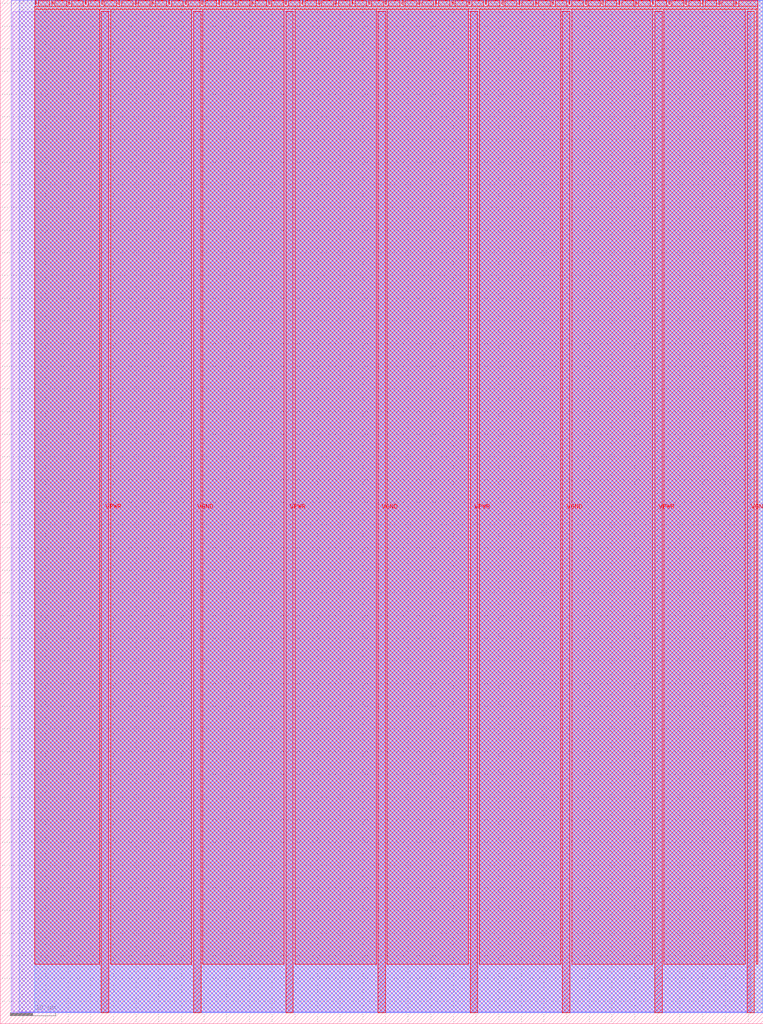
<source format=lef>
VERSION 5.7 ;
  NOWIREEXTENSIONATPIN ON ;
  DIVIDERCHAR "/" ;
  BUSBITCHARS "[]" ;
MACRO tt_um_vc_cpu
  CLASS BLOCK ;
  FOREIGN tt_um_vc_cpu ;
  ORIGIN 0.000 0.000 ;
  SIZE 168.360 BY 225.760 ;
  PIN VGND
    DIRECTION INOUT ;
    USE GROUND ;
    PORT
      LAYER met4 ;
        RECT 42.670 2.480 44.270 223.280 ;
    END
    PORT
      LAYER met4 ;
        RECT 83.380 2.480 84.980 223.280 ;
    END
    PORT
      LAYER met4 ;
        RECT 124.090 2.480 125.690 223.280 ;
    END
    PORT
      LAYER met4 ;
        RECT 164.800 2.480 166.400 223.280 ;
    END
  END VGND
  PIN VPWR
    DIRECTION INOUT ;
    USE POWER ;
    PORT
      LAYER met4 ;
        RECT 22.315 2.480 23.915 223.280 ;
    END
    PORT
      LAYER met4 ;
        RECT 63.025 2.480 64.625 223.280 ;
    END
    PORT
      LAYER met4 ;
        RECT 103.735 2.480 105.335 223.280 ;
    END
    PORT
      LAYER met4 ;
        RECT 144.445 2.480 146.045 223.280 ;
    END
  END VPWR
  PIN clk
    DIRECTION INPUT ;
    USE SIGNAL ;
    ANTENNAGATEAREA 0.852000 ;
    PORT
      LAYER met4 ;
        RECT 158.550 224.760 158.850 225.760 ;
    END
  END clk
  PIN ena
    DIRECTION INPUT ;
    USE SIGNAL ;
    ANTENNAGATEAREA 0.196500 ;
    PORT
      LAYER met4 ;
        RECT 162.230 224.760 162.530 225.760 ;
    END
  END ena
  PIN rst_n
    DIRECTION INPUT ;
    USE SIGNAL ;
    ANTENNAGATEAREA 0.196500 ;
    PORT
      LAYER met4 ;
        RECT 154.870 224.760 155.170 225.760 ;
    END
  END rst_n
  PIN ui_in[0]
    DIRECTION INPUT ;
    USE SIGNAL ;
    ANTENNAGATEAREA 0.196500 ;
    PORT
      LAYER met4 ;
        RECT 151.190 224.760 151.490 225.760 ;
    END
  END ui_in[0]
  PIN ui_in[1]
    DIRECTION INPUT ;
    USE SIGNAL ;
    ANTENNAGATEAREA 0.196500 ;
    PORT
      LAYER met4 ;
        RECT 147.510 224.760 147.810 225.760 ;
    END
  END ui_in[1]
  PIN ui_in[2]
    DIRECTION INPUT ;
    USE SIGNAL ;
    ANTENNAGATEAREA 0.196500 ;
    PORT
      LAYER met4 ;
        RECT 143.830 224.760 144.130 225.760 ;
    END
  END ui_in[2]
  PIN ui_in[3]
    DIRECTION INPUT ;
    USE SIGNAL ;
    ANTENNAGATEAREA 0.196500 ;
    PORT
      LAYER met4 ;
        RECT 140.150 224.760 140.450 225.760 ;
    END
  END ui_in[3]
  PIN ui_in[4]
    DIRECTION INPUT ;
    USE SIGNAL ;
    ANTENNAGATEAREA 0.196500 ;
    PORT
      LAYER met4 ;
        RECT 136.470 224.760 136.770 225.760 ;
    END
  END ui_in[4]
  PIN ui_in[5]
    DIRECTION INPUT ;
    USE SIGNAL ;
    ANTENNAGATEAREA 0.196500 ;
    PORT
      LAYER met4 ;
        RECT 132.790 224.760 133.090 225.760 ;
    END
  END ui_in[5]
  PIN ui_in[6]
    DIRECTION INPUT ;
    USE SIGNAL ;
    ANTENNAGATEAREA 0.196500 ;
    PORT
      LAYER met4 ;
        RECT 129.110 224.760 129.410 225.760 ;
    END
  END ui_in[6]
  PIN ui_in[7]
    DIRECTION INPUT ;
    USE SIGNAL ;
    ANTENNAGATEAREA 0.196500 ;
    PORT
      LAYER met4 ;
        RECT 125.430 224.760 125.730 225.760 ;
    END
  END ui_in[7]
  PIN uio_in[0]
    DIRECTION INPUT ;
    USE SIGNAL ;
    PORT
      LAYER met4 ;
        RECT 121.750 224.760 122.050 225.760 ;
    END
  END uio_in[0]
  PIN uio_in[1]
    DIRECTION INPUT ;
    USE SIGNAL ;
    PORT
      LAYER met4 ;
        RECT 118.070 224.760 118.370 225.760 ;
    END
  END uio_in[1]
  PIN uio_in[2]
    DIRECTION INPUT ;
    USE SIGNAL ;
    PORT
      LAYER met4 ;
        RECT 114.390 224.760 114.690 225.760 ;
    END
  END uio_in[2]
  PIN uio_in[3]
    DIRECTION INPUT ;
    USE SIGNAL ;
    PORT
      LAYER met4 ;
        RECT 110.710 224.760 111.010 225.760 ;
    END
  END uio_in[3]
  PIN uio_in[4]
    DIRECTION INPUT ;
    USE SIGNAL ;
    PORT
      LAYER met4 ;
        RECT 107.030 224.760 107.330 225.760 ;
    END
  END uio_in[4]
  PIN uio_in[5]
    DIRECTION INPUT ;
    USE SIGNAL ;
    PORT
      LAYER met4 ;
        RECT 103.350 224.760 103.650 225.760 ;
    END
  END uio_in[5]
  PIN uio_in[6]
    DIRECTION INPUT ;
    USE SIGNAL ;
    PORT
      LAYER met4 ;
        RECT 99.670 224.760 99.970 225.760 ;
    END
  END uio_in[6]
  PIN uio_in[7]
    DIRECTION INPUT ;
    USE SIGNAL ;
    ANTENNAGATEAREA 0.196500 ;
    PORT
      LAYER met4 ;
        RECT 95.990 224.760 96.290 225.760 ;
    END
  END uio_in[7]
  PIN uio_oe[0]
    DIRECTION OUTPUT TRISTATE ;
    USE SIGNAL ;
    PORT
      LAYER met4 ;
        RECT 33.430 224.760 33.730 225.760 ;
    END
  END uio_oe[0]
  PIN uio_oe[1]
    DIRECTION OUTPUT TRISTATE ;
    USE SIGNAL ;
    PORT
      LAYER met4 ;
        RECT 29.750 224.760 30.050 225.760 ;
    END
  END uio_oe[1]
  PIN uio_oe[2]
    DIRECTION OUTPUT TRISTATE ;
    USE SIGNAL ;
    PORT
      LAYER met4 ;
        RECT 26.070 224.760 26.370 225.760 ;
    END
  END uio_oe[2]
  PIN uio_oe[3]
    DIRECTION OUTPUT TRISTATE ;
    USE SIGNAL ;
    PORT
      LAYER met4 ;
        RECT 22.390 224.760 22.690 225.760 ;
    END
  END uio_oe[3]
  PIN uio_oe[4]
    DIRECTION OUTPUT TRISTATE ;
    USE SIGNAL ;
    PORT
      LAYER met4 ;
        RECT 18.710 224.760 19.010 225.760 ;
    END
  END uio_oe[4]
  PIN uio_oe[5]
    DIRECTION OUTPUT TRISTATE ;
    USE SIGNAL ;
    PORT
      LAYER met4 ;
        RECT 15.030 224.760 15.330 225.760 ;
    END
  END uio_oe[5]
  PIN uio_oe[6]
    DIRECTION OUTPUT TRISTATE ;
    USE SIGNAL ;
    PORT
      LAYER met4 ;
        RECT 11.350 224.760 11.650 225.760 ;
    END
  END uio_oe[6]
  PIN uio_oe[7]
    DIRECTION OUTPUT TRISTATE ;
    USE SIGNAL ;
    PORT
      LAYER met4 ;
        RECT 7.670 224.760 7.970 225.760 ;
    END
  END uio_oe[7]
  PIN uio_out[0]
    DIRECTION OUTPUT TRISTATE ;
    USE SIGNAL ;
    ANTENNADIFFAREA 0.795200 ;
    PORT
      LAYER met4 ;
        RECT 62.870 224.760 63.170 225.760 ;
    END
  END uio_out[0]
  PIN uio_out[1]
    DIRECTION OUTPUT TRISTATE ;
    USE SIGNAL ;
    ANTENNADIFFAREA 0.795200 ;
    PORT
      LAYER met4 ;
        RECT 59.190 224.760 59.490 225.760 ;
    END
  END uio_out[1]
  PIN uio_out[2]
    DIRECTION OUTPUT TRISTATE ;
    USE SIGNAL ;
    ANTENNADIFFAREA 0.795200 ;
    PORT
      LAYER met4 ;
        RECT 55.510 224.760 55.810 225.760 ;
    END
  END uio_out[2]
  PIN uio_out[3]
    DIRECTION OUTPUT TRISTATE ;
    USE SIGNAL ;
    ANTENNADIFFAREA 0.795200 ;
    PORT
      LAYER met4 ;
        RECT 51.830 224.760 52.130 225.760 ;
    END
  END uio_out[3]
  PIN uio_out[4]
    DIRECTION OUTPUT TRISTATE ;
    USE SIGNAL ;
    PORT
      LAYER met4 ;
        RECT 48.150 224.760 48.450 225.760 ;
    END
  END uio_out[4]
  PIN uio_out[5]
    DIRECTION OUTPUT TRISTATE ;
    USE SIGNAL ;
    PORT
      LAYER met4 ;
        RECT 44.470 224.760 44.770 225.760 ;
    END
  END uio_out[5]
  PIN uio_out[6]
    DIRECTION OUTPUT TRISTATE ;
    USE SIGNAL ;
    PORT
      LAYER met4 ;
        RECT 40.790 224.760 41.090 225.760 ;
    END
  END uio_out[6]
  PIN uio_out[7]
    DIRECTION OUTPUT TRISTATE ;
    USE SIGNAL ;
    PORT
      LAYER met4 ;
        RECT 37.110 224.760 37.410 225.760 ;
    END
  END uio_out[7]
  PIN uo_out[0]
    DIRECTION OUTPUT TRISTATE ;
    USE SIGNAL ;
    ANTENNAGATEAREA 0.126000 ;
    ANTENNADIFFAREA 0.445500 ;
    PORT
      LAYER met4 ;
        RECT 92.310 224.760 92.610 225.760 ;
    END
  END uo_out[0]
  PIN uo_out[1]
    DIRECTION OUTPUT TRISTATE ;
    USE SIGNAL ;
    ANTENNAGATEAREA 0.126000 ;
    ANTENNADIFFAREA 0.891000 ;
    PORT
      LAYER met4 ;
        RECT 88.630 224.760 88.930 225.760 ;
    END
  END uo_out[1]
  PIN uo_out[2]
    DIRECTION OUTPUT TRISTATE ;
    USE SIGNAL ;
    ANTENNAGATEAREA 0.126000 ;
    ANTENNADIFFAREA 0.445500 ;
    PORT
      LAYER met4 ;
        RECT 84.950 224.760 85.250 225.760 ;
    END
  END uo_out[2]
  PIN uo_out[3]
    DIRECTION OUTPUT TRISTATE ;
    USE SIGNAL ;
    ANTENNAGATEAREA 0.126000 ;
    ANTENNADIFFAREA 0.445500 ;
    PORT
      LAYER met4 ;
        RECT 81.270 224.760 81.570 225.760 ;
    END
  END uo_out[3]
  PIN uo_out[4]
    DIRECTION OUTPUT TRISTATE ;
    USE SIGNAL ;
    ANTENNAGATEAREA 0.126000 ;
    ANTENNADIFFAREA 0.445500 ;
    PORT
      LAYER met4 ;
        RECT 77.590 224.760 77.890 225.760 ;
    END
  END uo_out[4]
  PIN uo_out[5]
    DIRECTION OUTPUT TRISTATE ;
    USE SIGNAL ;
    ANTENNAGATEAREA 0.126000 ;
    ANTENNADIFFAREA 0.891000 ;
    PORT
      LAYER met4 ;
        RECT 73.910 224.760 74.210 225.760 ;
    END
  END uo_out[5]
  PIN uo_out[6]
    DIRECTION OUTPUT TRISTATE ;
    USE SIGNAL ;
    ANTENNAGATEAREA 0.126000 ;
    ANTENNADIFFAREA 0.891000 ;
    PORT
      LAYER met4 ;
        RECT 70.230 224.760 70.530 225.760 ;
    END
  END uo_out[6]
  PIN uo_out[7]
    DIRECTION OUTPUT TRISTATE ;
    USE SIGNAL ;
    ANTENNAGATEAREA 0.126000 ;
    ANTENNADIFFAREA 0.891000 ;
    PORT
      LAYER met4 ;
        RECT 66.550 224.760 66.850 225.760 ;
    END
  END uo_out[7]
  OBS
      LAYER li1 ;
        RECT 2.760 2.635 165.600 223.125 ;
      LAYER met1 ;
        RECT 2.460 2.480 168.290 225.720 ;
      LAYER met2 ;
        RECT 4.240 2.535 168.270 225.750 ;
      LAYER met3 ;
        RECT 7.630 2.555 168.295 225.585 ;
      LAYER met4 ;
        RECT 8.370 224.360 10.950 225.585 ;
        RECT 12.050 224.360 14.630 225.585 ;
        RECT 15.730 224.360 18.310 225.585 ;
        RECT 19.410 224.360 21.990 225.585 ;
        RECT 23.090 224.360 25.670 225.585 ;
        RECT 26.770 224.360 29.350 225.585 ;
        RECT 30.450 224.360 33.030 225.585 ;
        RECT 34.130 224.360 36.710 225.585 ;
        RECT 37.810 224.360 40.390 225.585 ;
        RECT 41.490 224.360 44.070 225.585 ;
        RECT 45.170 224.360 47.750 225.585 ;
        RECT 48.850 224.360 51.430 225.585 ;
        RECT 52.530 224.360 55.110 225.585 ;
        RECT 56.210 224.360 58.790 225.585 ;
        RECT 59.890 224.360 62.470 225.585 ;
        RECT 63.570 224.360 66.150 225.585 ;
        RECT 67.250 224.360 69.830 225.585 ;
        RECT 70.930 224.360 73.510 225.585 ;
        RECT 74.610 224.360 77.190 225.585 ;
        RECT 78.290 224.360 80.870 225.585 ;
        RECT 81.970 224.360 84.550 225.585 ;
        RECT 85.650 224.360 88.230 225.585 ;
        RECT 89.330 224.360 91.910 225.585 ;
        RECT 93.010 224.360 95.590 225.585 ;
        RECT 96.690 224.360 99.270 225.585 ;
        RECT 100.370 224.360 102.950 225.585 ;
        RECT 104.050 224.360 106.630 225.585 ;
        RECT 107.730 224.360 110.310 225.585 ;
        RECT 111.410 224.360 113.990 225.585 ;
        RECT 115.090 224.360 117.670 225.585 ;
        RECT 118.770 224.360 121.350 225.585 ;
        RECT 122.450 224.360 125.030 225.585 ;
        RECT 126.130 224.360 128.710 225.585 ;
        RECT 129.810 224.360 132.390 225.585 ;
        RECT 133.490 224.360 136.070 225.585 ;
        RECT 137.170 224.360 139.750 225.585 ;
        RECT 140.850 224.360 143.430 225.585 ;
        RECT 144.530 224.360 147.110 225.585 ;
        RECT 148.210 224.360 150.790 225.585 ;
        RECT 151.890 224.360 154.470 225.585 ;
        RECT 155.570 224.360 158.150 225.585 ;
        RECT 159.250 224.360 161.830 225.585 ;
        RECT 162.930 224.360 167.145 225.585 ;
        RECT 7.655 223.680 167.145 224.360 ;
        RECT 7.655 13.095 21.915 223.680 ;
        RECT 24.315 13.095 42.270 223.680 ;
        RECT 44.670 13.095 62.625 223.680 ;
        RECT 65.025 13.095 82.980 223.680 ;
        RECT 85.380 13.095 103.335 223.680 ;
        RECT 105.735 13.095 123.690 223.680 ;
        RECT 126.090 13.095 144.045 223.680 ;
        RECT 146.445 13.095 164.400 223.680 ;
        RECT 166.800 13.095 167.145 223.680 ;
  END
END tt_um_vc_cpu
END LIBRARY


</source>
